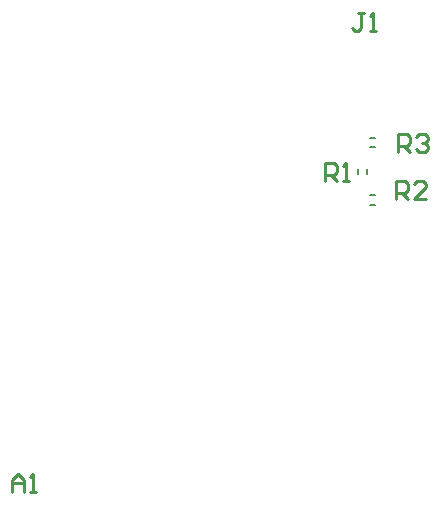
<source format=gto>
G04 Layer_Color=65535*
%FSLAX24Y24*%
%MOIN*%
G70*
G01*
G75*
%ADD20C,0.0079*%
%ADD21C,0.0100*%
D20*
X22863Y22201D02*
Y22359D01*
X23177Y22201D02*
Y22359D01*
X23271Y23397D02*
X23429D01*
X23271Y23083D02*
X23429D01*
X23271Y21487D02*
X23429D01*
X23271Y21173D02*
X23429D01*
D21*
X23080Y27560D02*
X22880D01*
X22980D01*
Y27060D01*
X22880Y26960D01*
X22780D01*
X22680Y27060D01*
X23280Y26960D02*
X23480D01*
X23380D01*
Y27560D01*
X23280Y27460D01*
X21780Y21980D02*
Y22580D01*
X22080D01*
X22180Y22480D01*
Y22280D01*
X22080Y22180D01*
X21780D01*
X21980D02*
X22180Y21980D01*
X22380D02*
X22580D01*
X22480D01*
Y22580D01*
X22380Y22480D01*
X11332Y11585D02*
Y11985D01*
X11532Y12185D01*
X11732Y11985D01*
Y11585D01*
Y11885D01*
X11332D01*
X11932Y11585D02*
X12132D01*
X12032D01*
Y12185D01*
X11932Y12085D01*
X24200Y22930D02*
Y23530D01*
X24500D01*
X24600Y23430D01*
Y23230D01*
X24500Y23130D01*
X24200D01*
X24400D02*
X24600Y22930D01*
X24800Y23430D02*
X24900Y23530D01*
X25100D01*
X25200Y23430D01*
Y23330D01*
X25100Y23230D01*
X25000D01*
X25100D01*
X25200Y23130D01*
Y23030D01*
X25100Y22930D01*
X24900D01*
X24800Y23030D01*
X24140Y21380D02*
Y21980D01*
X24440D01*
X24540Y21880D01*
Y21680D01*
X24440Y21580D01*
X24140D01*
X24340D02*
X24540Y21380D01*
X25140D02*
X24740D01*
X25140Y21780D01*
Y21880D01*
X25040Y21980D01*
X24840D01*
X24740Y21880D01*
M02*

</source>
